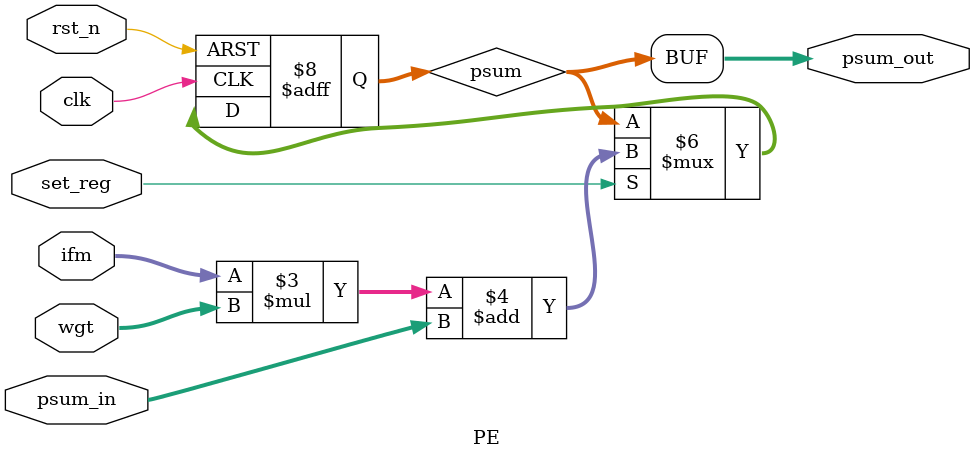
<source format=v>
module PE #(parameter WEIGHT_WIDTH = 8, IFM_WIDTH = 8, PSUM_WIDTH = 16, POOLING = 0)(
    clk,
    rst_n,
    set_reg,
		ifm,
		wgt,
		psum_in,
		psum_out
		);

	input clk    ;  
	input rst_n  ;
	input set_reg;
	input  signed [IFM_WIDTH-1:0   ] ifm      ;
	input  signed [WEIGHT_WIDTH-1:0] wgt      ;
	input  signed [PSUM_WIDTH-1:0  ] psum_in  ;
	output signed [PSUM_WIDTH-1:0  ] psum_out ;
	
	reg  signed [PSUM_WIDTH-1:0] psum         ;
	wire signed	[PSUM_WIDTH-1:0] product			;

  always @(posedge clk or negedge rst_n)
  begin
    if (!rst_n)
      psum <= 0;
    else 
    begin
      if (set_reg)
      begin
        if (POOLING)
          psum <= (ifm > psum_in) ? ifm : psum_in;
        else
          psum <= ifm*wgt + psum_in;
      end
      else
        psum <= psum;
    end
  end

	assign psum_out = psum;
endmodule

</source>
